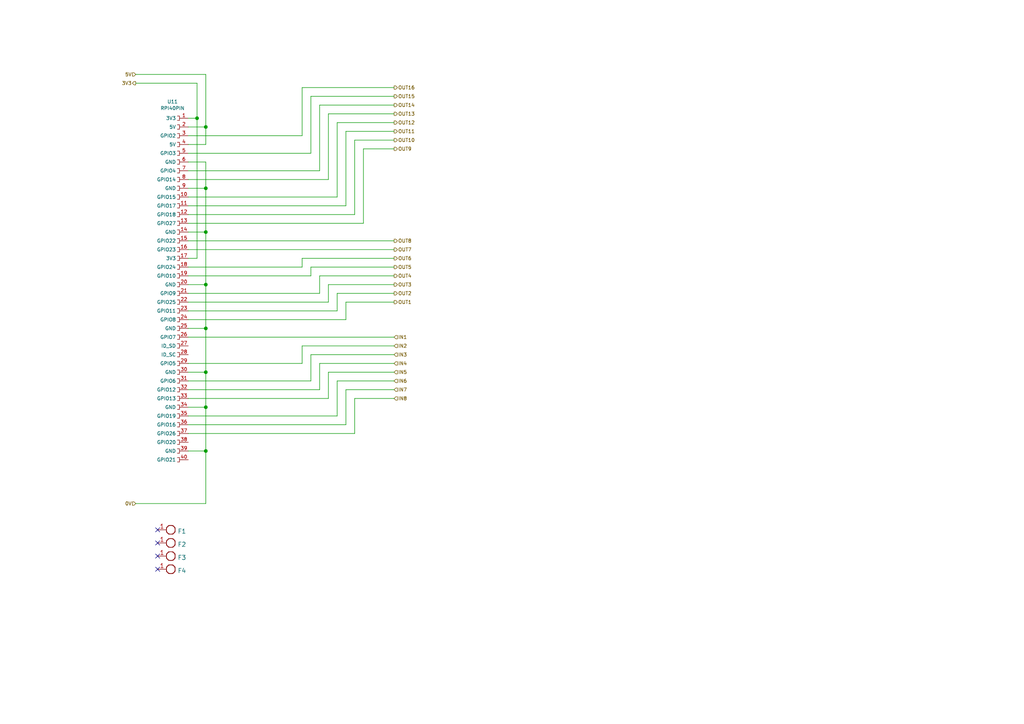
<source format=kicad_sch>
(kicad_sch (version 20211123) (generator eeschema)
  (paper "A4")
  (lib_symbols
    (symbol "bjs-mechanical:M3"
      (property "Reference" "F" (at 1.905 0 0))
      (symbol "M3_0_1"
        (polyline (pts (xy -0.635 1.27) (xy 0.635 1.27) (xy 1.27 0.635) (xy 1.27 -0.635) (xy 0.635 -1.27) (xy -0.635 -1.27) (xy -1.27 -0.635) (xy -1.27 0.635) (xy -0.635 1.27)) (stroke (width 0.1524)))
        (circle (center 0 0) (radius 1.27) (stroke (width 0.1524)))
      )
      (symbol "M3_1_1"
        (pin passive line (at -3.81 0 0) (length 2.54) (name "") (number "1"))
      )
    )
    (symbol "bjs-modules:RPI40PIN" (pin_names (offset 1.016))
      (property "Reference" "U" (at 6.35 6.35 0))
      (property "Value" "RPI40PIN" (at 6.35 7.62 0))
      (symbol "RPI40PIN_0_1"
        (polyline (pts (xy -3.175 -80.645) (xy -2.54 -80.645) (xy -2.54 -81.915) (xy -3.175 -81.915)))
        (polyline (pts (xy -3.175 -78.105) (xy -2.54 -78.105) (xy -2.54 -79.375) (xy -3.175 -79.375)))
        (polyline (pts (xy -3.175 -75.565) (xy -2.54 -75.565) (xy -2.54 -76.835) (xy -3.175 -76.835)))
        (polyline (pts (xy -3.175 -73.025) (xy -2.54 -73.025) (xy -2.54 -74.295) (xy -3.175 -74.295)))
        (polyline (pts (xy -3.175 -70.485) (xy -2.54 -70.485) (xy -2.54 -71.755) (xy -3.175 -71.755)))
        (polyline (pts (xy -3.175 -67.945) (xy -2.54 -67.945) (xy -2.54 -69.215) (xy -3.175 -69.215)))
        (polyline (pts (xy -3.175 -65.405) (xy -2.54 -65.405) (xy -2.54 -66.675) (xy -3.175 -66.675)))
        (polyline (pts (xy -3.175 -62.865) (xy -2.54 -62.865) (xy -2.54 -64.135) (xy -3.175 -64.135)))
        (polyline (pts (xy -3.175 -60.325) (xy -2.54 -60.325) (xy -2.54 -61.595) (xy -3.175 -61.595)))
        (polyline (pts (xy -3.175 -57.785) (xy -2.54 -57.785) (xy -2.54 -59.055) (xy -3.175 -59.055)))
        (polyline (pts (xy -3.175 -55.245) (xy -2.54 -55.245) (xy -2.54 -56.515) (xy -3.175 -56.515)))
        (polyline (pts (xy -3.175 -52.705) (xy -2.54 -52.705) (xy -2.54 -53.975) (xy -3.175 -53.975)))
        (polyline (pts (xy -3.175 -50.165) (xy -2.54 -50.165) (xy -2.54 -51.435) (xy -3.175 -51.435)))
        (polyline (pts (xy -3.175 -47.625) (xy -2.54 -47.625) (xy -2.54 -48.895) (xy -3.175 -48.895)))
        (polyline (pts (xy -3.175 -45.085) (xy -2.54 -45.085) (xy -2.54 -46.355) (xy -3.175 -46.355)))
        (polyline (pts (xy -3.175 -42.545) (xy -2.54 -42.545) (xy -2.54 -43.815) (xy -3.175 -43.815)))
        (polyline (pts (xy -3.175 -40.005) (xy -2.54 -40.005) (xy -2.54 -41.275) (xy -3.175 -41.275)))
        (polyline (pts (xy -3.175 -37.465) (xy -2.54 -37.465) (xy -2.54 -38.735) (xy -3.175 -38.735)))
        (polyline (pts (xy -3.175 -34.925) (xy -2.54 -34.925) (xy -2.54 -36.195) (xy -3.175 -36.195)))
        (polyline (pts (xy -3.175 -32.385) (xy -2.54 -32.385) (xy -2.54 -33.655) (xy -3.175 -33.655)))
        (polyline (pts (xy -3.175 -29.845) (xy -2.54 -29.845) (xy -2.54 -31.115) (xy -3.175 -31.115)))
        (polyline (pts (xy -3.175 -27.305) (xy -2.54 -27.305) (xy -2.54 -28.575) (xy -3.175 -28.575)))
        (polyline (pts (xy -3.175 -24.765) (xy -2.54 -24.765) (xy -2.54 -26.035) (xy -3.175 -26.035)))
        (polyline (pts (xy -3.175 -22.225) (xy -2.54 -22.225) (xy -2.54 -23.495) (xy -3.175 -23.495)))
        (polyline (pts (xy -3.175 -19.685) (xy -2.54 -19.685) (xy -2.54 -20.955) (xy -3.175 -20.955)))
        (polyline (pts (xy -3.175 -17.145) (xy -2.54 -17.145) (xy -2.54 -18.415) (xy -3.175 -18.415)))
        (polyline (pts (xy -3.175 -14.605) (xy -2.54 -14.605) (xy -2.54 -15.875) (xy -3.175 -15.875)))
        (polyline (pts (xy -3.175 -12.065) (xy -2.54 -12.065) (xy -2.54 -13.335) (xy -3.175 -13.335)))
        (polyline (pts (xy -3.175 -9.525) (xy -2.54 -9.525) (xy -2.54 -10.795) (xy -3.175 -10.795)))
        (polyline (pts (xy -3.175 -6.985) (xy -2.54 -6.985) (xy -2.54 -8.255) (xy -3.175 -8.255)))
        (polyline (pts (xy -3.175 -4.445) (xy -2.54 -4.445) (xy -2.54 -5.715) (xy -3.175 -5.715)))
        (polyline (pts (xy -3.175 -1.905) (xy -2.54 -1.905) (xy -2.54 -3.175) (xy -3.175 -3.175)))
        (polyline (pts (xy -3.175 0.635) (xy -2.54 0.635) (xy -2.54 -0.635) (xy -3.175 -0.635)))
        (polyline (pts (xy -3.175 3.175) (xy -2.54 3.175) (xy -2.54 1.905) (xy -3.175 1.905)))
        (polyline (pts (xy -3.175 5.715) (xy -2.54 5.715) (xy -2.54 4.445) (xy -3.175 4.445)))
        (polyline (pts (xy -3.175 8.255) (xy -2.54 8.255) (xy -2.54 6.985) (xy -3.175 6.985)))
        (polyline (pts (xy -3.175 10.795) (xy -2.54 10.795) (xy -2.54 9.525) (xy -3.175 9.525)))
        (polyline (pts (xy -3.175 13.335) (xy -2.54 13.335) (xy -2.54 12.065) (xy -3.175 12.065)))
        (polyline (pts (xy -3.175 14.605) (xy -2.54 14.605) (xy -2.54 15.875) (xy -3.175 15.875)))
        (polyline (pts (xy -3.175 17.145) (xy -2.54 17.145) (xy -2.54 18.415) (xy -3.175 18.415)))
      )
      (symbol "RPI40PIN_1_1"
        (pin power_out line (at 0 17.78 180) (length 2.54) (name "3V3") (number "1"))
        (pin passive line (at 0 -5.08 180) (length 2.54) (name "GPIO15") (number "10"))
        (pin passive line (at 0 -7.62 180) (length 2.54) (name "GPIO17") (number "11"))
        (pin passive line (at 0 -10.16 180) (length 2.54) (name "GPIO18") (number "12"))
        (pin passive line (at 0 -12.7 180) (length 2.54) (name "GPIO27") (number "13"))
        (pin power_in line (at 0 -15.24 180) (length 2.54) (name "GND") (number "14"))
        (pin passive line (at 0 -17.78 180) (length 2.54) (name "GPIO22") (number "15"))
        (pin passive line (at 0 -20.32 180) (length 2.54) (name "GPIO23") (number "16"))
        (pin power_out line (at 0 -22.86 180) (length 2.54) (name "3V3") (number "17"))
        (pin passive line (at 0 -25.4 180) (length 2.54) (name "GPIO24") (number "18"))
        (pin passive line (at 0 -27.94 180) (length 2.54) (name "GPIO10") (number "19"))
        (pin power_in line (at 0 15.24 180) (length 2.54) (name "5V") (number "2"))
        (pin power_in line (at 0 -30.48 180) (length 2.54) (name "GND") (number "20"))
        (pin passive line (at 0 -33.02 180) (length 2.54) (name "GPIO9") (number "21"))
        (pin passive line (at 0 -35.56 180) (length 2.54) (name "GPIO25") (number "22"))
        (pin passive line (at 0 -38.1 180) (length 2.54) (name "GPIO11") (number "23"))
        (pin passive line (at 0 -40.64 180) (length 2.54) (name "GPIO8") (number "24"))
        (pin power_in line (at 0 -43.18 180) (length 2.54) (name "GND") (number "25"))
        (pin passive line (at 0 -45.72 180) (length 2.54) (name "GPIO7") (number "26"))
        (pin passive line (at 0 -48.26 180) (length 2.54) (name "ID_SD") (number "27"))
        (pin passive line (at 0 -50.8 180) (length 2.54) (name "ID_SC") (number "28"))
        (pin passive line (at 0 -53.34 180) (length 2.54) (name "GPIO5") (number "29"))
        (pin passive line (at 0 12.7 180) (length 2.54) (name "GPIO2") (number "3"))
        (pin power_in line (at 0 -55.88 180) (length 2.54) (name "GND") (number "30"))
        (pin passive line (at 0 -58.42 180) (length 2.54) (name "GPIO6") (number "31"))
        (pin passive line (at 0 -60.96 180) (length 2.54) (name "GPIO12") (number "32"))
        (pin passive line (at 0 -63.5 180) (length 2.54) (name "GPIO13") (number "33"))
        (pin power_in line (at 0 -66.04 180) (length 2.54) (name "GND") (number "34"))
        (pin passive line (at 0 -68.58 180) (length 2.54) (name "GPIO19") (number "35"))
        (pin passive line (at 0 -71.12 180) (length 2.54) (name "GPIO16") (number "36"))
        (pin passive line (at 0 -73.66 180) (length 2.54) (name "GPIO26") (number "37"))
        (pin passive line (at 0 -76.2 180) (length 2.54) (name "GPIO20") (number "38"))
        (pin power_in line (at 0 -78.74 180) (length 2.54) (name "GND") (number "39"))
        (pin power_in line (at 0 10.16 180) (length 2.54) (name "5V") (number "4"))
        (pin passive line (at 0 -81.28 180) (length 2.54) (name "GPIO21") (number "40"))
        (pin passive line (at 0 7.62 180) (length 2.54) (name "GPIO3") (number "5"))
        (pin power_in line (at 0 5.08 180) (length 2.54) (name "GND") (number "6"))
        (pin passive line (at 0 2.54 180) (length 2.54) (name "GPIO4") (number "7"))
        (pin passive line (at 0 0 180) (length 2.54) (name "GPIO14") (number "8"))
        (pin power_in line (at 0 -2.54 180) (length 2.54) (name "GND") (number "9"))
      )
    )
  )
  (junction (at 59.69 82.55))
  (junction (at 59.69 36.83))
  (junction (at 59.69 95.25))
  (junction (at 57.15 34.29))
  (junction (at 59.69 54.61))
  (junction (at 59.69 118.11))
  (junction (at 59.69 130.81))
  (junction (at 59.69 67.31))
  (junction (at 59.69 107.95))
  (no_connect (at 45.72 153.67))
  (no_connect (at 45.72 157.48))
  (no_connect (at 45.72 161.29))
  (no_connect (at 45.72 165.1))
  (wire (pts (xy 87.63 105.41) (xy 87.63 100.33)))
  (wire (pts (xy 54.61 125.73) (xy 102.87 125.73)))
  (wire (pts (xy 97.79 120.65) (xy 97.79 110.49)))
  (wire (pts (xy 92.71 80.01) (xy 114.3 80.01)))
  (wire (pts (xy 90.17 27.94) (xy 90.17 44.45)))
  (wire (pts (xy 92.71 113.03) (xy 92.71 105.41)))
  (wire (pts (xy 59.69 54.61) (xy 59.69 46.99)))
  (wire (pts (xy 54.61 69.85) (xy 114.3 69.85)))
  (wire (pts (xy 59.69 67.31) (xy 59.69 54.61)))
  (wire (pts (xy 100.33 92.71) (xy 100.33 87.63)))
  (wire (pts (xy 95.25 107.95) (xy 114.3 107.95)))
  (wire (pts (xy 100.33 38.1) (xy 100.33 59.69)))
  (wire (pts (xy 100.33 59.69) (xy 54.61 59.69)))
  (wire (pts (xy 54.61 130.81) (xy 59.69 130.81)))
  (wire (pts (xy 100.33 123.19) (xy 100.33 113.03)))
  (wire (pts (xy 87.63 39.37) (xy 87.63 25.4)))
  (wire (pts (xy 105.41 43.18) (xy 105.41 64.77)))
  (wire (pts (xy 54.61 39.37) (xy 87.63 39.37)))
  (wire (pts (xy 95.25 87.63) (xy 95.25 82.55)))
  (wire (pts (xy 92.71 49.53) (xy 54.61 49.53)))
  (wire (pts (xy 39.37 24.13) (xy 57.15 24.13)))
  (wire (pts (xy 54.61 41.91) (xy 59.69 41.91)))
  (wire (pts (xy 114.3 30.48) (xy 92.71 30.48)))
  (wire (pts (xy 92.71 85.09) (xy 92.71 80.01)))
  (wire (pts (xy 102.87 62.23) (xy 54.61 62.23)))
  (wire (pts (xy 114.3 38.1) (xy 100.33 38.1)))
  (wire (pts (xy 54.61 77.47) (xy 87.63 77.47)))
  (wire (pts (xy 97.79 90.17) (xy 97.79 85.09)))
  (wire (pts (xy 39.37 21.59) (xy 59.69 21.59)))
  (wire (pts (xy 114.3 97.79) (xy 54.61 97.79)))
  (wire (pts (xy 90.17 44.45) (xy 54.61 44.45)))
  (wire (pts (xy 54.61 115.57) (xy 95.25 115.57)))
  (wire (pts (xy 87.63 77.47) (xy 87.63 74.93)))
  (wire (pts (xy 54.61 80.01) (xy 90.17 80.01)))
  (wire (pts (xy 87.63 74.93) (xy 114.3 74.93)))
  (wire (pts (xy 54.61 110.49) (xy 90.17 110.49)))
  (wire (pts (xy 92.71 30.48) (xy 92.71 49.53)))
  (wire (pts (xy 114.3 40.64) (xy 102.87 40.64)))
  (wire (pts (xy 57.15 24.13) (xy 57.15 34.29)))
  (wire (pts (xy 54.61 123.19) (xy 100.33 123.19)))
  (wire (pts (xy 54.61 85.09) (xy 92.71 85.09)))
  (wire (pts (xy 90.17 80.01) (xy 90.17 77.47)))
  (wire (pts (xy 59.69 82.55) (xy 54.61 82.55)))
  (wire (pts (xy 95.25 33.02) (xy 95.25 52.07)))
  (wire (pts (xy 100.33 87.63) (xy 114.3 87.63)))
  (wire (pts (xy 100.33 113.03) (xy 114.3 113.03)))
  (wire (pts (xy 59.69 95.25) (xy 59.69 82.55)))
  (wire (pts (xy 54.61 113.03) (xy 92.71 113.03)))
  (wire (pts (xy 59.69 118.11) (xy 54.61 118.11)))
  (wire (pts (xy 57.15 74.93) (xy 57.15 34.29)))
  (wire (pts (xy 54.61 120.65) (xy 97.79 120.65)))
  (wire (pts (xy 59.69 21.59) (xy 59.69 36.83)))
  (wire (pts (xy 54.61 87.63) (xy 95.25 87.63)))
  (wire (pts (xy 39.37 146.05) (xy 59.69 146.05)))
  (wire (pts (xy 54.61 105.41) (xy 87.63 105.41)))
  (wire (pts (xy 97.79 57.15) (xy 54.61 57.15)))
  (wire (pts (xy 59.69 82.55) (xy 59.69 67.31)))
  (wire (pts (xy 57.15 34.29) (xy 54.61 34.29)))
  (wire (pts (xy 97.79 85.09) (xy 114.3 85.09)))
  (wire (pts (xy 97.79 35.56) (xy 97.79 57.15)))
  (wire (pts (xy 114.3 72.39) (xy 54.61 72.39)))
  (wire (pts (xy 59.69 41.91) (xy 59.69 36.83)))
  (wire (pts (xy 59.69 130.81) (xy 59.69 118.11)))
  (wire (pts (xy 102.87 40.64) (xy 102.87 62.23)))
  (wire (pts (xy 59.69 107.95) (xy 59.69 95.25)))
  (wire (pts (xy 90.17 110.49) (xy 90.17 102.87)))
  (wire (pts (xy 59.69 46.99) (xy 54.61 46.99)))
  (wire (pts (xy 114.3 33.02) (xy 95.25 33.02)))
  (wire (pts (xy 59.69 54.61) (xy 54.61 54.61)))
  (wire (pts (xy 114.3 35.56) (xy 97.79 35.56)))
  (wire (pts (xy 87.63 25.4) (xy 114.3 25.4)))
  (wire (pts (xy 87.63 100.33) (xy 114.3 100.33)))
  (wire (pts (xy 105.41 64.77) (xy 54.61 64.77)))
  (wire (pts (xy 59.69 67.31) (xy 54.61 67.31)))
  (wire (pts (xy 59.69 146.05) (xy 59.69 130.81)))
  (wire (pts (xy 90.17 102.87) (xy 114.3 102.87)))
  (wire (pts (xy 97.79 110.49) (xy 114.3 110.49)))
  (wire (pts (xy 114.3 43.18) (xy 105.41 43.18)))
  (wire (pts (xy 114.3 27.94) (xy 90.17 27.94)))
  (wire (pts (xy 102.87 125.73) (xy 102.87 115.57)))
  (wire (pts (xy 92.71 105.41) (xy 114.3 105.41)))
  (wire (pts (xy 54.61 92.71) (xy 100.33 92.71)))
  (wire (pts (xy 59.69 95.25) (xy 54.61 95.25)))
  (wire (pts (xy 59.69 107.95) (xy 54.61 107.95)))
  (wire (pts (xy 54.61 74.93) (xy 57.15 74.93)))
  (wire (pts (xy 90.17 77.47) (xy 114.3 77.47)))
  (wire (pts (xy 59.69 118.11) (xy 59.69 107.95)))
  (wire (pts (xy 95.25 52.07) (xy 54.61 52.07)))
  (wire (pts (xy 54.61 90.17) (xy 97.79 90.17)))
  (wire (pts (xy 95.25 82.55) (xy 114.3 82.55)))
  (wire (pts (xy 102.87 115.57) (xy 114.3 115.57)))
  (wire (pts (xy 95.25 115.57) (xy 95.25 107.95)))
  (wire (pts (xy 59.69 36.83) (xy 54.61 36.83)))
  (hierarchical_label "IN4" (shape input) (at 114.3 105.41 0) (effects (font (size 0.9906 0.9906))))
  (hierarchical_label "IN8" (shape input) (at 114.3 115.57 0) (effects (font (size 0.9906 0.9906))))
  (hierarchical_label "OUT7" (shape output) (at 114.3 72.39 0) (effects (font (size 0.9906 0.9906))))
  (hierarchical_label "OUT2" (shape output) (at 114.3 85.09 0) (effects (font (size 0.9906 0.9906))))
  (hierarchical_label "IN6" (shape input) (at 114.3 110.49 0) (effects (font (size 0.9906 0.9906))))
  (hierarchical_label "OUT6" (shape output) (at 114.3 74.93 0) (effects (font (size 0.9906 0.9906))))
  (hierarchical_label "IN1" (shape input) (at 114.3 97.79 0) (effects (font (size 0.9906 0.9906))))
  (hierarchical_label "IN7" (shape input) (at 114.3 113.03 0) (effects (font (size 0.9906 0.9906))))
  (hierarchical_label "OUT11" (shape output) (at 114.3 38.1 0) (effects (font (size 0.9906 0.9906))))
  (hierarchical_label "IN2" (shape input) (at 114.3 100.33 0) (effects (font (size 0.9906 0.9906))))
  (hierarchical_label "OUT8" (shape output) (at 114.3 69.85 0) (effects (font (size 0.9906 0.9906))))
  (hierarchical_label "IN3" (shape input) (at 114.3 102.87 0) (effects (font (size 0.9906 0.9906))))
  (hierarchical_label "OUT5" (shape output) (at 114.3 77.47 0) (effects (font (size 0.9906 0.9906))))
  (hierarchical_label "OUT9" (shape output) (at 114.3 43.18 0) (effects (font (size 0.9906 0.9906))))
  (hierarchical_label "OUT15" (shape output) (at 114.3 27.94 0) (effects (font (size 0.9906 0.9906))))
  (hierarchical_label "IN5" (shape input) (at 114.3 107.95 0) (effects (font (size 0.9906 0.9906))))
  (hierarchical_label "OUT10" (shape output) (at 114.3 40.64 0) (effects (font (size 0.9906 0.9906))))
  (hierarchical_label "3V3" (shape output) (at 39.37 24.13 180) (effects (font (size 0.9906 0.9906))))
  (hierarchical_label "OUT16" (shape output) (at 114.3 25.4 0) (effects (font (size 0.9906 0.9906))))
  (hierarchical_label "5V" (shape input) (at 39.37 21.59 180) (effects (font (size 0.9906 0.9906))))
  (hierarchical_label "OUT3" (shape output) (at 114.3 82.55 0) (effects (font (size 0.9906 0.9906))))
  (hierarchical_label "0V" (shape input) (at 39.37 146.05 180) (effects (font (size 0.9906 0.9906))))
  (hierarchical_label "OUT13" (shape output) (at 114.3 33.02 0) (effects (font (size 0.9906 0.9906))))
  (hierarchical_label "OUT1" (shape output) (at 114.3 87.63 0) (effects (font (size 0.9906 0.9906))))
  (hierarchical_label "OUT4" (shape output) (at 114.3 80.01 0) (effects (font (size 0.9906 0.9906))))
  (hierarchical_label "OUT12" (shape output) (at 114.3 35.56 0) (effects (font (size 0.9906 0.9906))))
  (hierarchical_label "OUT14" (shape output) (at 114.3 30.48 0) (effects (font (size 0.9906 0.9906))))
  (symbol (lib_id "bjs-modules:RPI40PIN") (at 54.61 52.07 0) (unit 1)
    (property "Reference" "U11" (at 50.038 29.4894 0) (effects (font (size 0.9906 0.9906))))
    (property "Value" "RPI40PIN" (at 50.038 31.3944 0) (effects (font (size 0.9906 0.9906))))
    (property "Footprint" "rpi_footprints:rpi-40pin" (effects hide))
  )
  (symbol (lib_id "bjs-mechanical:M3") (at 49.53 165.1 0) (unit 1)
    (property "Reference" "F4" (at 51.5112 165.5338 0) (effects (justify left)))
    (property "Value" "M3" (effects hide))
    (property "Footprint" "mechanical:M3" (effects hide))
  )
  (symbol (lib_id "bjs-mechanical:M3") (at 49.53 157.48 0) (unit 1)
    (property "Reference" "F2" (at 51.5112 157.9138 0) (effects (justify left)))
    (property "Value" "M3" (effects hide))
    (property "Footprint" "mechanical:M3" (effects hide))
  )
  (symbol (lib_id "bjs-mechanical:M3") (at 49.53 153.67 0) (unit 1)
    (property "Reference" "F1" (at 51.5112 154.1038 0) (effects (justify left)))
    (property "Value" "M3" (effects hide))
    (property "Footprint" "mechanical:M3" (effects hide))
  )
  (symbol (lib_id "bjs-mechanical:M3") (at 49.53 161.29 0) (unit 1)
    (property "Reference" "F3" (at 51.5112 161.7238 0) (effects (justify left)))
    (property "Value" "M3" (effects hide))
    (property "Footprint" "mechanical:M3" (effects hide))
  )
)
</source>
